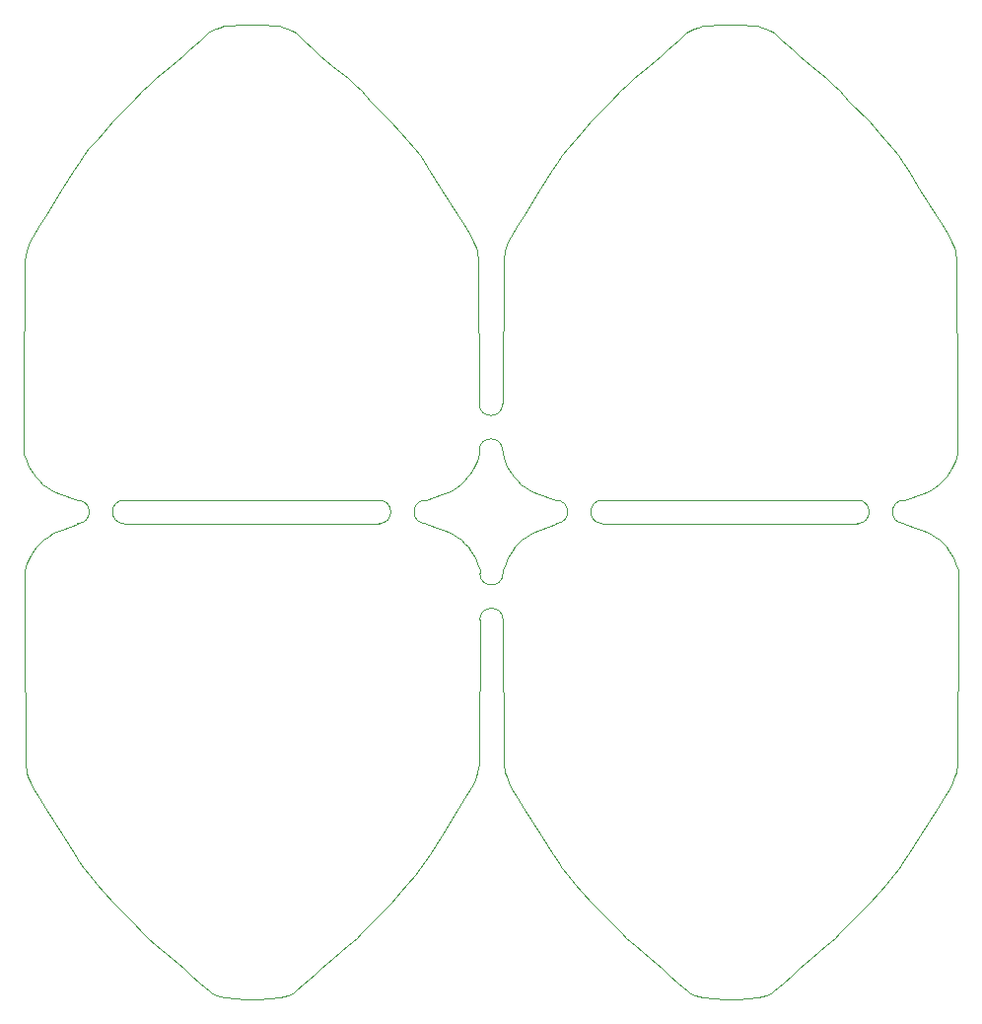
<source format=gm1>
G04 #@! TF.GenerationSoftware,KiCad,Pcbnew,7.0.10*
G04 #@! TF.CreationDate,2024-07-07T16:54:11-05:00*
G04 #@! TF.ProjectId,g0dzilla_vs_sao2,6730647a-696c-46c6-915f-76735f73616f,1*
G04 #@! TF.SameCoordinates,Original*
G04 #@! TF.FileFunction,Profile,NP*
%FSLAX46Y46*%
G04 Gerber Fmt 4.6, Leading zero omitted, Abs format (unit mm)*
G04 Created by KiCad (PCBNEW 7.0.10) date 2024-07-07 16:54:11*
%MOMM*%
%LPD*%
G01*
G04 APERTURE LIST*
G04 #@! TA.AperFunction,Profile*
%ADD10C,0.120000*%
G04 #@! TD*
G04 APERTURE END LIST*
D10*
X69930000Y-100730000D02*
X70020000Y-88400000D01*
X69930000Y-104730000D02*
X69930000Y-100730000D01*
X69930000Y-105020000D02*
X69930000Y-104730000D01*
X69980000Y-114980000D02*
X69980000Y-115270000D01*
X69980000Y-115270000D02*
X69980000Y-119270000D01*
X69980000Y-119270000D02*
X70070000Y-131600000D01*
X70020000Y-88400000D02*
X70120000Y-87600000D01*
X70070000Y-131600000D02*
X70170000Y-132400000D01*
X70120000Y-87600000D02*
X70220000Y-87300000D01*
X70130000Y-105620000D02*
X69930000Y-105020000D01*
X70170000Y-132400000D02*
X70270000Y-132700000D01*
X70180000Y-114380000D02*
X69980000Y-114980000D01*
X70220000Y-87300000D02*
X70420000Y-86800000D01*
X70270000Y-132700000D02*
X70470000Y-133200000D01*
X70330000Y-106120000D02*
X70130000Y-105620000D01*
X70380000Y-113880000D02*
X70180000Y-114380000D01*
X70420000Y-86800000D02*
X70620000Y-86400000D01*
X70470000Y-133200000D02*
X70670000Y-133600000D01*
X70620000Y-86400000D02*
X71220000Y-85400000D01*
X70670000Y-133600000D02*
X71270000Y-134600000D01*
X70730000Y-106720000D02*
X70330000Y-106120000D01*
X70780000Y-113280000D02*
X70380000Y-113880000D01*
X70920000Y-107000000D02*
X70730000Y-106720000D01*
X70970000Y-113000000D02*
X70780000Y-113280000D01*
X71220000Y-85400000D02*
X71720000Y-84600000D01*
X71220000Y-107300000D02*
X70920000Y-107000000D01*
X71270000Y-112700000D02*
X70970000Y-113000000D01*
X71270000Y-134600000D02*
X71770000Y-135400000D01*
X71520000Y-107600000D02*
X71220000Y-107300000D01*
X71570000Y-112400000D02*
X71270000Y-112700000D01*
X71720000Y-84600000D02*
X73220000Y-82200000D01*
X71770000Y-135400000D02*
X73270000Y-137800000D01*
X71920000Y-107900000D02*
X71520000Y-107600000D01*
X71970000Y-112100000D02*
X71570000Y-112400000D01*
X72420000Y-108200000D02*
X71920000Y-107900000D01*
X72470000Y-111800000D02*
X71970000Y-112100000D01*
X73120000Y-108500000D02*
X72420000Y-108200000D01*
X73170000Y-111500000D02*
X72470000Y-111800000D01*
X73220000Y-82200000D02*
X74220000Y-80600000D01*
X73270000Y-137800000D02*
X74270000Y-139400000D01*
X74220000Y-80600000D02*
X74620000Y-80000000D01*
X74270000Y-139400000D02*
X74670000Y-140000000D01*
X74520000Y-109000000D02*
X73120000Y-108500000D01*
X74520000Y-111000000D02*
X73170000Y-111500000D01*
X74620000Y-80000000D02*
X75020000Y-79400000D01*
X74670000Y-140000000D02*
X75070000Y-140600000D01*
X75020000Y-79400000D02*
X75520000Y-78800000D01*
X75070000Y-140600000D02*
X75570000Y-141200000D01*
X75520000Y-78800000D02*
X76120000Y-78100000D01*
X75570000Y-141200000D02*
X76170000Y-141900000D01*
X76120000Y-78100000D02*
X76720000Y-77400000D01*
X76170000Y-141900000D02*
X76770000Y-142600000D01*
X76720000Y-77400000D02*
X77520000Y-76500000D01*
X76770000Y-142600000D02*
X77570000Y-143500000D01*
X77520000Y-76500000D02*
X79220000Y-74800000D01*
X77570000Y-143500000D02*
X79270000Y-145200000D01*
X78520000Y-109000000D02*
X100420000Y-109000000D01*
X79220000Y-74800000D02*
X80120000Y-73800000D01*
X79270000Y-145200000D02*
X80170000Y-146200000D01*
X80120000Y-73800000D02*
X80520000Y-73400000D01*
X80170000Y-146200000D02*
X80570000Y-146600000D01*
X80520000Y-73400000D02*
X81220000Y-72800000D01*
X80570000Y-146600000D02*
X81270000Y-147200000D01*
X81220000Y-72800000D02*
X82520000Y-71700000D01*
X81270000Y-147200000D02*
X82570000Y-148300000D01*
X82520000Y-71700000D02*
X83620000Y-70800000D01*
X82570000Y-148300000D02*
X83670000Y-149200000D01*
X83620000Y-70800000D02*
X84120000Y-70300000D01*
X83670000Y-149200000D02*
X84170000Y-149700000D01*
X84120000Y-70300000D02*
X85020000Y-69500000D01*
X84170000Y-149700000D02*
X85070000Y-150500000D01*
X85020000Y-69500000D02*
X85720000Y-68900000D01*
X85070000Y-150500000D02*
X85770000Y-151100000D01*
X85720000Y-68900000D02*
X86020000Y-68700000D01*
X85770000Y-151100000D02*
X86070000Y-151300000D01*
X86020000Y-68700000D02*
X86420000Y-68500000D01*
X86070000Y-151300000D02*
X86470000Y-151500000D01*
X86420000Y-68500000D02*
X86720000Y-68400000D01*
X86470000Y-151500000D02*
X86770000Y-151600000D01*
X86720000Y-68400000D02*
X87120000Y-68300000D01*
X86770000Y-151600000D02*
X87170000Y-151700000D01*
X87120000Y-68300000D02*
X88920000Y-68200000D01*
X87170000Y-151700000D02*
X88970000Y-151800000D01*
X88920000Y-68200000D02*
X90020000Y-68200000D01*
X90070000Y-151800000D02*
X88970000Y-151800000D01*
X91820000Y-68300000D02*
X90020000Y-68200000D01*
X91870000Y-151700000D02*
X90070000Y-151800000D01*
X92220000Y-68400000D02*
X91820000Y-68300000D01*
X92270000Y-151600000D02*
X91870000Y-151700000D01*
X92520000Y-68500000D02*
X92220000Y-68400000D01*
X92570000Y-151500000D02*
X92270000Y-151600000D01*
X92920000Y-68700000D02*
X92520000Y-68500000D01*
X92970000Y-151300000D02*
X92570000Y-151500000D01*
X93220000Y-68900000D02*
X92920000Y-68700000D01*
X93270000Y-151100000D02*
X92970000Y-151300000D01*
X93920000Y-69500000D02*
X93220000Y-68900000D01*
X93970000Y-150500000D02*
X93270000Y-151100000D01*
X94820000Y-70300000D02*
X93920000Y-69500000D01*
X94870000Y-149700000D02*
X93970000Y-150500000D01*
X95320000Y-70800000D02*
X94820000Y-70300000D01*
X95370000Y-149200000D02*
X94870000Y-149700000D01*
X96420000Y-71700000D02*
X95320000Y-70800000D01*
X96470000Y-148300000D02*
X95370000Y-149200000D01*
X97720000Y-72800000D02*
X96420000Y-71700000D01*
X97770000Y-147200000D02*
X96470000Y-148300000D01*
X98420000Y-73400000D02*
X97720000Y-72800000D01*
X98470000Y-146600000D02*
X97770000Y-147200000D01*
X98820000Y-73800000D02*
X98420000Y-73400000D01*
X98870000Y-146200000D02*
X98470000Y-146600000D01*
X99720000Y-74800000D02*
X98820000Y-73800000D01*
X99770000Y-145200000D02*
X98870000Y-146200000D01*
X100420000Y-111000000D02*
X78520000Y-111000000D01*
X101420000Y-76500000D02*
X99720000Y-74800000D01*
X101470000Y-143500000D02*
X99770000Y-145200000D01*
X102220000Y-77400000D02*
X101420000Y-76500000D01*
X102270000Y-142600000D02*
X101470000Y-143500000D01*
X102820000Y-78100000D02*
X102220000Y-77400000D01*
X102870000Y-141900000D02*
X102270000Y-142600000D01*
X103420000Y-78800000D02*
X102820000Y-78100000D01*
X103470000Y-141200000D02*
X102870000Y-141900000D01*
X103920000Y-79400000D02*
X103420000Y-78800000D01*
X103970000Y-140600000D02*
X103470000Y-141200000D01*
X104320000Y-80000000D02*
X103920000Y-79400000D01*
X104370000Y-140000000D02*
X103970000Y-140600000D01*
X104420000Y-109000000D02*
X105820000Y-108500000D01*
X104420000Y-111000000D02*
X105870000Y-111500000D01*
X104720000Y-80600000D02*
X104320000Y-80000000D01*
X104770000Y-139400000D02*
X104370000Y-140000000D01*
X105720000Y-82200000D02*
X104720000Y-80600000D01*
X105770000Y-137800000D02*
X104770000Y-139400000D01*
X105820000Y-108500000D02*
X106520000Y-108200000D01*
X105870000Y-111500000D02*
X106570000Y-111800000D01*
X106520000Y-108200000D02*
X107020000Y-107900000D01*
X106570000Y-111800000D02*
X107070000Y-112100000D01*
X107020000Y-107900000D02*
X107420000Y-107600000D01*
X107070000Y-112100000D02*
X107470000Y-112400000D01*
X107220000Y-84600000D02*
X105720000Y-82200000D01*
X107270000Y-135400000D02*
X105770000Y-137800000D01*
X107420000Y-107600000D02*
X107720000Y-107300000D01*
X107470000Y-112400000D02*
X107770000Y-112700000D01*
X107720000Y-85400000D02*
X107220000Y-84600000D01*
X107720000Y-107300000D02*
X108020000Y-107000000D01*
X107770000Y-112700000D02*
X108070000Y-113000000D01*
X107770000Y-134600000D02*
X107270000Y-135400000D01*
X108020000Y-107000000D02*
X108210000Y-106720000D01*
X108070000Y-113000000D02*
X108260000Y-113280000D01*
X108210000Y-106720000D02*
X108610000Y-106120000D01*
X108260000Y-113280000D02*
X108660000Y-113880000D01*
X108320000Y-86400000D02*
X107720000Y-85400000D01*
X108370000Y-133600000D02*
X107770000Y-134600000D01*
X108520000Y-86800000D02*
X108320000Y-86400000D01*
X108570000Y-133200000D02*
X108370000Y-133600000D01*
X108610000Y-106120000D02*
X108810000Y-105620000D01*
X108660000Y-113880000D02*
X108860000Y-114380000D01*
X108720000Y-87300000D02*
X108520000Y-86800000D01*
X108770000Y-132700000D02*
X108570000Y-133200000D01*
X108810000Y-105620000D02*
X109010000Y-105020000D01*
X108820000Y-87600000D02*
X108720000Y-87300000D01*
X108860000Y-114380000D02*
X109060000Y-114980000D01*
X108870000Y-132400000D02*
X108770000Y-132700000D01*
X108920000Y-88400000D02*
X108820000Y-87600000D01*
X108970000Y-131600000D02*
X108870000Y-132400000D01*
X109010000Y-100730000D02*
X108920000Y-88400000D01*
X109010000Y-105020000D02*
X109010000Y-104730000D01*
X109060000Y-114980000D02*
X109060000Y-115270000D01*
X109060000Y-119270000D02*
X108970000Y-131600000D01*
X111010000Y-100730000D02*
X111100000Y-88400000D01*
X111010000Y-105020000D02*
X111010000Y-104730000D01*
X111060000Y-114980000D02*
X111060000Y-115270000D01*
X111060000Y-119270000D02*
X111150000Y-131600000D01*
X111100000Y-88400000D02*
X111200000Y-87600000D01*
X111150000Y-131600000D02*
X111250000Y-132400000D01*
X111200000Y-87600000D02*
X111300000Y-87300000D01*
X111210000Y-105620000D02*
X111010000Y-105020000D01*
X111250000Y-132400000D02*
X111350000Y-132700000D01*
X111260000Y-114380000D02*
X111060000Y-114980000D01*
X111300000Y-87300000D02*
X111500000Y-86800000D01*
X111350000Y-132700000D02*
X111550000Y-133200000D01*
X111410000Y-106120000D02*
X111210000Y-105620000D01*
X111460000Y-113880000D02*
X111260000Y-114380000D01*
X111500000Y-86800000D02*
X111700000Y-86400000D01*
X111550000Y-133200000D02*
X111750000Y-133600000D01*
X111700000Y-86400000D02*
X112300000Y-85400000D01*
X111750000Y-133600000D02*
X112350000Y-134600000D01*
X111810000Y-106720000D02*
X111410000Y-106120000D01*
X111860000Y-113280000D02*
X111460000Y-113880000D01*
X112000000Y-107000000D02*
X111810000Y-106720000D01*
X112050000Y-113000000D02*
X111860000Y-113280000D01*
X112300000Y-85400000D02*
X112800000Y-84600000D01*
X112300000Y-107300000D02*
X112000000Y-107000000D01*
X112350000Y-112700000D02*
X112050000Y-113000000D01*
X112350000Y-134600000D02*
X112850000Y-135400000D01*
X112600000Y-107600000D02*
X112300000Y-107300000D01*
X112650000Y-112400000D02*
X112350000Y-112700000D01*
X112800000Y-84600000D02*
X114300000Y-82200000D01*
X112850000Y-135400000D02*
X114350000Y-137800000D01*
X113000000Y-107900000D02*
X112600000Y-107600000D01*
X113050000Y-112100000D02*
X112650000Y-112400000D01*
X113500000Y-108200000D02*
X113000000Y-107900000D01*
X113550000Y-111800000D02*
X113050000Y-112100000D01*
X114200000Y-108500000D02*
X113500000Y-108200000D01*
X114250000Y-111500000D02*
X113550000Y-111800000D01*
X114300000Y-82200000D02*
X115300000Y-80600000D01*
X114350000Y-137800000D02*
X115350000Y-139400000D01*
X115300000Y-80600000D02*
X115700000Y-80000000D01*
X115350000Y-139400000D02*
X115750000Y-140000000D01*
X115600000Y-109000000D02*
X114200000Y-108500000D01*
X115600000Y-111000000D02*
X114250000Y-111500000D01*
X115700000Y-80000000D02*
X116100000Y-79400000D01*
X115750000Y-140000000D02*
X116150000Y-140600000D01*
X116100000Y-79400000D02*
X116600000Y-78800000D01*
X116150000Y-140600000D02*
X116650000Y-141200000D01*
X116600000Y-78800000D02*
X117200000Y-78100000D01*
X116650000Y-141200000D02*
X117250000Y-141900000D01*
X117200000Y-78100000D02*
X117800000Y-77400000D01*
X117250000Y-141900000D02*
X117850000Y-142600000D01*
X117800000Y-77400000D02*
X118600000Y-76500000D01*
X117850000Y-142600000D02*
X118650000Y-143500000D01*
X118600000Y-76500000D02*
X120300000Y-74800000D01*
X118650000Y-143500000D02*
X120350000Y-145200000D01*
X119600000Y-109000000D02*
X141500000Y-109000000D01*
X120300000Y-74800000D02*
X121200000Y-73800000D01*
X120350000Y-145200000D02*
X121250000Y-146200000D01*
X121200000Y-73800000D02*
X121600000Y-73400000D01*
X121250000Y-146200000D02*
X121650000Y-146600000D01*
X121600000Y-73400000D02*
X122300000Y-72800000D01*
X121650000Y-146600000D02*
X122350000Y-147200000D01*
X122300000Y-72800000D02*
X123600000Y-71700000D01*
X122350000Y-147200000D02*
X123650000Y-148300000D01*
X123600000Y-71700000D02*
X124700000Y-70800000D01*
X123650000Y-148300000D02*
X124750000Y-149200000D01*
X124700000Y-70800000D02*
X125200000Y-70300000D01*
X124750000Y-149200000D02*
X125250000Y-149700000D01*
X125200000Y-70300000D02*
X126100000Y-69500000D01*
X125250000Y-149700000D02*
X126150000Y-150500000D01*
X126100000Y-69500000D02*
X126800000Y-68900000D01*
X126150000Y-150500000D02*
X126850000Y-151100000D01*
X126800000Y-68900000D02*
X127100000Y-68700000D01*
X126850000Y-151100000D02*
X127150000Y-151300000D01*
X127100000Y-68700000D02*
X127500000Y-68500000D01*
X127150000Y-151300000D02*
X127550000Y-151500000D01*
X127500000Y-68500000D02*
X127800000Y-68400000D01*
X127550000Y-151500000D02*
X127850000Y-151600000D01*
X127800000Y-68400000D02*
X128200000Y-68300000D01*
X127850000Y-151600000D02*
X128250000Y-151700000D01*
X128200000Y-68300000D02*
X130000000Y-68200000D01*
X128250000Y-151700000D02*
X130050000Y-151800000D01*
X130000000Y-68200000D02*
X131100000Y-68200000D01*
X131150000Y-151800000D02*
X130050000Y-151800000D01*
X132900000Y-68300000D02*
X131100000Y-68200000D01*
X132950000Y-151700000D02*
X131150000Y-151800000D01*
X133300000Y-68400000D02*
X132900000Y-68300000D01*
X133350000Y-151600000D02*
X132950000Y-151700000D01*
X133600000Y-68500000D02*
X133300000Y-68400000D01*
X133650000Y-151500000D02*
X133350000Y-151600000D01*
X134000000Y-68700000D02*
X133600000Y-68500000D01*
X134050000Y-151300000D02*
X133650000Y-151500000D01*
X134300000Y-68900000D02*
X134000000Y-68700000D01*
X134350000Y-151100000D02*
X134050000Y-151300000D01*
X135000000Y-69500000D02*
X134300000Y-68900000D01*
X135050000Y-150500000D02*
X134350000Y-151100000D01*
X135900000Y-70300000D02*
X135000000Y-69500000D01*
X135950000Y-149700000D02*
X135050000Y-150500000D01*
X136400000Y-70800000D02*
X135900000Y-70300000D01*
X136450000Y-149200000D02*
X135950000Y-149700000D01*
X137500000Y-71700000D02*
X136400000Y-70800000D01*
X137550000Y-148300000D02*
X136450000Y-149200000D01*
X138800000Y-72800000D02*
X137500000Y-71700000D01*
X138850000Y-147200000D02*
X137550000Y-148300000D01*
X139500000Y-73400000D02*
X138800000Y-72800000D01*
X139550000Y-146600000D02*
X138850000Y-147200000D01*
X139900000Y-73800000D02*
X139500000Y-73400000D01*
X139950000Y-146200000D02*
X139550000Y-146600000D01*
X140800000Y-74800000D02*
X139900000Y-73800000D01*
X140850000Y-145200000D02*
X139950000Y-146200000D01*
X141500000Y-111000000D02*
X119600000Y-111000000D01*
X142500000Y-76500000D02*
X140800000Y-74800000D01*
X142550000Y-143500000D02*
X140850000Y-145200000D01*
X143300000Y-77400000D02*
X142500000Y-76500000D01*
X143350000Y-142600000D02*
X142550000Y-143500000D01*
X143900000Y-78100000D02*
X143300000Y-77400000D01*
X143950000Y-141900000D02*
X143350000Y-142600000D01*
X144500000Y-78800000D02*
X143900000Y-78100000D01*
X144550000Y-141200000D02*
X143950000Y-141900000D01*
X145000000Y-79400000D02*
X144500000Y-78800000D01*
X145050000Y-140600000D02*
X144550000Y-141200000D01*
X145400000Y-80000000D02*
X145000000Y-79400000D01*
X145450000Y-140000000D02*
X145050000Y-140600000D01*
X145500000Y-109000000D02*
X146900000Y-108500000D01*
X145500000Y-111000000D02*
X146950000Y-111500000D01*
X145800000Y-80600000D02*
X145400000Y-80000000D01*
X145850000Y-139400000D02*
X145450000Y-140000000D01*
X146800000Y-82200000D02*
X145800000Y-80600000D01*
X146850000Y-137800000D02*
X145850000Y-139400000D01*
X146900000Y-108500000D02*
X147600000Y-108200000D01*
X146950000Y-111500000D02*
X147650000Y-111800000D01*
X147600000Y-108200000D02*
X148100000Y-107900000D01*
X147650000Y-111800000D02*
X148150000Y-112100000D01*
X148100000Y-107900000D02*
X148500000Y-107600000D01*
X148150000Y-112100000D02*
X148550000Y-112400000D01*
X148300000Y-84600000D02*
X146800000Y-82200000D01*
X148350000Y-135400000D02*
X146850000Y-137800000D01*
X148500000Y-107600000D02*
X148800000Y-107300000D01*
X148550000Y-112400000D02*
X148850000Y-112700000D01*
X148800000Y-85400000D02*
X148300000Y-84600000D01*
X148800000Y-107300000D02*
X149100000Y-107000000D01*
X148850000Y-112700000D02*
X149150000Y-113000000D01*
X148850000Y-134600000D02*
X148350000Y-135400000D01*
X149100000Y-107000000D02*
X149290000Y-106720000D01*
X149150000Y-113000000D02*
X149340000Y-113280000D01*
X149290000Y-106720000D02*
X149690000Y-106120000D01*
X149340000Y-113280000D02*
X149740000Y-113880000D01*
X149400000Y-86400000D02*
X148800000Y-85400000D01*
X149450000Y-133600000D02*
X148850000Y-134600000D01*
X149600000Y-86800000D02*
X149400000Y-86400000D01*
X149650000Y-133200000D02*
X149450000Y-133600000D01*
X149690000Y-106120000D02*
X149890000Y-105620000D01*
X149740000Y-113880000D02*
X149940000Y-114380000D01*
X149800000Y-87300000D02*
X149600000Y-86800000D01*
X149850000Y-132700000D02*
X149650000Y-133200000D01*
X149890000Y-105620000D02*
X150090000Y-105020000D01*
X149900000Y-87600000D02*
X149800000Y-87300000D01*
X149940000Y-114380000D02*
X150140000Y-114980000D01*
X149950000Y-132400000D02*
X149850000Y-132700000D01*
X150000000Y-88400000D02*
X149900000Y-87600000D01*
X150050000Y-131600000D02*
X149950000Y-132400000D01*
X150090000Y-100730000D02*
X150000000Y-88400000D01*
X150090000Y-104730000D02*
X150090000Y-100730000D01*
X150090000Y-105020000D02*
X150090000Y-104730000D01*
X150140000Y-114980000D02*
X150140000Y-115270000D01*
X150140000Y-115270000D02*
X150140000Y-119270000D01*
X150140000Y-119270000D02*
X150050000Y-131600000D01*
X74520000Y-111000000D02*
G75*
G03*
X74520000Y-109000000I0J1000000D01*
G01*
X78520000Y-109000000D02*
G75*
G03*
X78520000Y-111000000I0J-1000000D01*
G01*
X100420000Y-111000000D02*
G75*
G03*
X100420000Y-109000000I0J1000000D01*
G01*
X104420000Y-109000000D02*
G75*
G03*
X104420000Y-111000000I0J-1000000D01*
G01*
X111010000Y-104730000D02*
G75*
G03*
X109010000Y-104730000I-1000000J0D01*
G01*
X111060000Y-119270000D02*
G75*
G03*
X109060000Y-119270000I-1000000J0D01*
G01*
X109010000Y-100730000D02*
G75*
G03*
X111010000Y-100730000I1000000J0D01*
G01*
X109060000Y-115270000D02*
G75*
G03*
X111060000Y-115270000I1000000J0D01*
G01*
X115600000Y-111000000D02*
G75*
G03*
X115600000Y-109000000I0J1000000D01*
G01*
X119600000Y-109000000D02*
G75*
G03*
X119600000Y-111000000I0J-1000000D01*
G01*
X141500000Y-111000000D02*
G75*
G03*
X141500000Y-109000000I0J1000000D01*
G01*
X145500000Y-109000000D02*
G75*
G03*
X145500000Y-111000000I0J-1000000D01*
G01*
M02*

</source>
